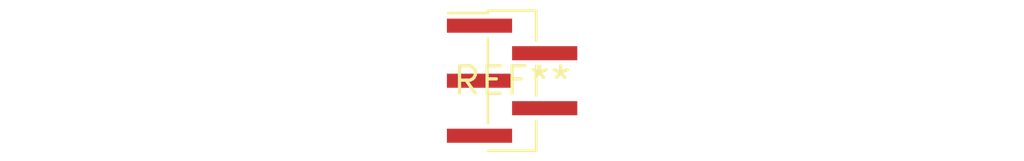
<source format=kicad_pcb>
(kicad_pcb (version 20240108) (generator pcbnew)
  (layers (0 "F.Cu" signal) (31 "B.Cu" signal) (34 "B.Paste" user) (35 "F.Paste" user) (36 "B.SilkS" user "B.Silkscreen") (37 "F.SilkS" user "F.Silkscreen") (38 "B.Mask" user) (39 "F.Mask" user) (44 "Edge.Cuts" user))
  (net 0 "")
  (footprint "PinHeader_1x05_P1.27mm_Vertical_SMD_Pin1Left" (layer "F.Cu") (at 0 0)
    (property "Reference" "REF**")
    (property "Value" "PinHeader_1x05_P1.27mm_Vertical_SMD_Pin1Left")
    (fp_line (start -1.11 -3.235) (end -1.11 -3.125) (layer "F.SilkS") (stroke (width 0.12)))
    (fp_line (start -1.11 -3.235) (end 1.11 -3.235) (layer "F.SilkS") (stroke (width 0.12)))
    (fp_line (start -1.11 -3.125) (end -2.94 -3.125) (layer "F.SilkS") (stroke (width 0.12)))
    (fp_line (start -1.11 -1.955) (end -1.11 -0.585) (layer "F.SilkS") (stroke (width 0.12)))
    (fp_line (start -1.11 0.585) (end -1.11 1.955) (layer "F.SilkS") (stroke (width 0.12)))
    (fp_line (start -1.11 3.235) (end 1.11 3.235) (layer "F.SilkS") (stroke (width 0.12)))
    (fp_line (start 1.11 -3.225) (end 1.11 -1.855) (layer "F.SilkS") (stroke (width 0.12)))
    (fp_line (start 1.11 -0.685) (end 1.11 0.685) (layer "F.SilkS") (stroke (width 0.12)))
    (fp_line (start 1.11 1.855) (end 1.11 3.225) (layer "F.SilkS") (stroke (width 0.12)))
    (fp_line (start 1.11 3.125) (end 1.11 3.235) (layer "F.SilkS") (stroke (width 0.12)))
    (pad "1" smd rect (at -1.5 -2.54) (size 3 0.65) (layers "F.Cu" "F.Paste" "F.Mask"))
    (pad "2" smd rect (at 1.5 -1.27) (size 3 0.65) (layers "F.Cu" "F.Paste" "F.Mask"))
    (pad "3" smd rect (at -1.5 0) (size 3 0.65) (layers "F.Cu" "F.Paste" "F.Mask"))
    (pad "4" smd rect (at 1.5 1.27) (size 3 0.65) (layers "F.Cu" "F.Paste" "F.Mask"))
    (pad "5" smd rect (at -1.5 2.54) (size 3 0.65) (layers "F.Cu" "F.Paste" "F.Mask"))
  )
)
</source>
